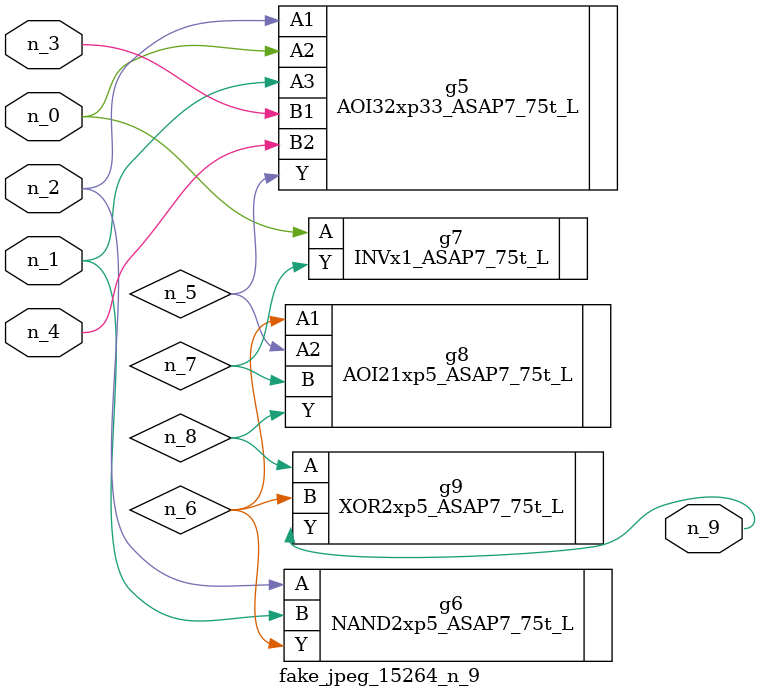
<source format=v>
module fake_jpeg_15264_n_9 (n_3, n_2, n_1, n_0, n_4, n_9);

input n_3;
input n_2;
input n_1;
input n_0;
input n_4;

output n_9;

wire n_8;
wire n_6;
wire n_5;
wire n_7;

AOI32xp33_ASAP7_75t_L g5 ( 
.A1(n_2),
.A2(n_0),
.A3(n_1),
.B1(n_3),
.B2(n_4),
.Y(n_5)
);

NAND2xp5_ASAP7_75t_L g6 ( 
.A(n_2),
.B(n_1),
.Y(n_6)
);

INVx1_ASAP7_75t_L g7 ( 
.A(n_0),
.Y(n_7)
);

AOI21xp5_ASAP7_75t_L g8 ( 
.A1(n_6),
.A2(n_5),
.B(n_7),
.Y(n_8)
);

XOR2xp5_ASAP7_75t_L g9 ( 
.A(n_8),
.B(n_6),
.Y(n_9)
);


endmodule
</source>
